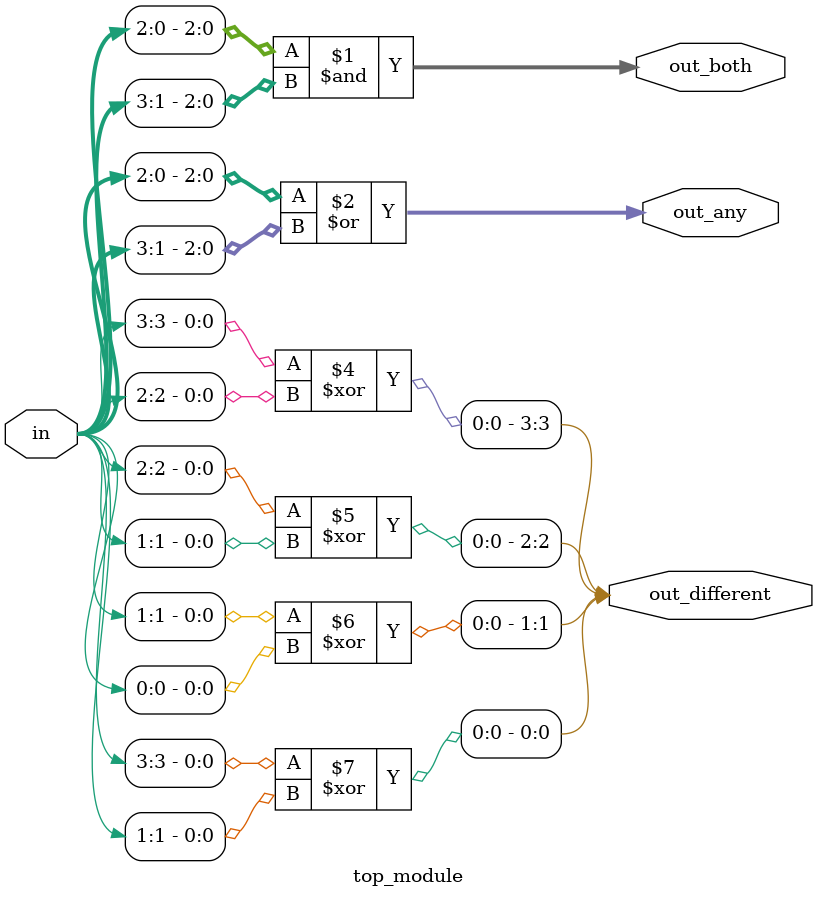
<source format=sv>
module top_module (
	input [3:0] in,
	output reg [2:0] out_both,
	output reg [3:1] out_any,
	output reg [3:0] out_different
);

	// Bitwise AND operation
	assign out_both = in[2:0] & in[3:1];
	
	// Bitwise OR operation
	assign out_any = in[2:0] | in[3:1];
	
	// Bitwise XOR operation
	always @* begin
		out_different[3] = in[3] ^ in[2];
		out_different[2] = in[2] ^ in[1];
		out_different[1] = in[1] ^ in[0];
		out_different[0] = in[3] ^ in[1];
	end

endmodule

</source>
